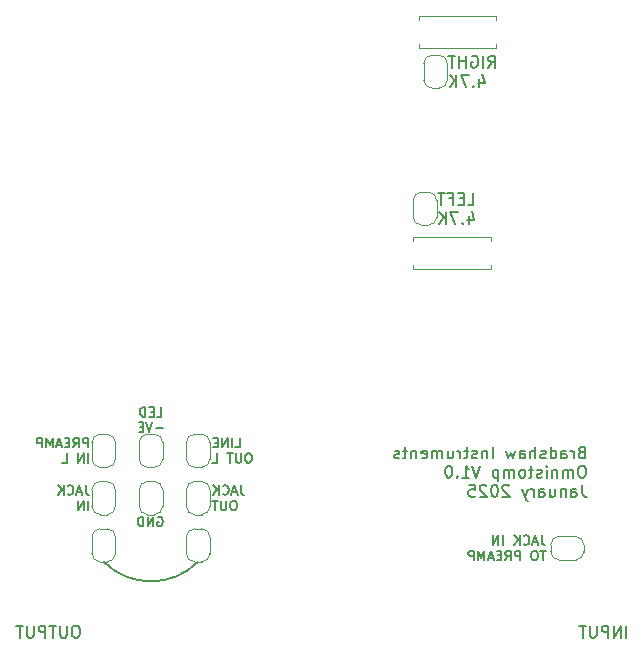
<source format=gbr>
%TF.GenerationSoftware,KiCad,Pcbnew,7.0.2*%
%TF.CreationDate,2025-02-17T11:53:52+00:00*%
%TF.ProjectId,stomp_00,73746f6d-705f-4303-902e-6b696361645f,rev?*%
%TF.SameCoordinates,Original*%
%TF.FileFunction,Legend,Bot*%
%TF.FilePolarity,Positive*%
%FSLAX46Y46*%
G04 Gerber Fmt 4.6, Leading zero omitted, Abs format (unit mm)*
G04 Created by KiCad (PCBNEW 7.0.2) date 2025-02-17 11:53:52*
%MOMM*%
%LPD*%
G01*
G04 APERTURE LIST*
G04 Aperture macros list*
%AMFreePoly0*
4,1,19,0.500000,-0.750000,0.000000,-0.750000,0.000000,-0.744911,-0.071157,-0.744911,-0.207708,-0.704816,-0.327430,-0.627875,-0.420627,-0.520320,-0.479746,-0.390866,-0.500000,-0.250000,-0.500000,0.250000,-0.479746,0.390866,-0.420627,0.520320,-0.327430,0.627875,-0.207708,0.704816,-0.071157,0.744911,0.000000,0.744911,0.000000,0.750000,0.500000,0.750000,0.500000,-0.750000,0.500000,-0.750000,
$1*%
%AMFreePoly1*
4,1,19,0.000000,0.744911,0.071157,0.744911,0.207708,0.704816,0.327430,0.627875,0.420627,0.520320,0.479746,0.390866,0.500000,0.250000,0.500000,-0.250000,0.479746,-0.390866,0.420627,-0.520320,0.327430,-0.627875,0.207708,-0.704816,0.071157,-0.744911,0.000000,-0.744911,0.000000,-0.750000,-0.500000,-0.750000,-0.500000,0.750000,0.000000,0.750000,0.000000,0.744911,0.000000,0.744911,
$1*%
G04 Aperture macros list end*
%ADD10C,0.150000*%
%ADD11C,0.120000*%
%ADD12C,3.000000*%
%ADD13C,1.700000*%
%ADD14O,1.700000X1.700000*%
%ADD15C,1.600000*%
%ADD16O,1.600000X1.600000*%
%ADD17R,1.700000X1.700000*%
%ADD18C,3.200000*%
%ADD19R,1.600000X1.600000*%
%ADD20R,2.200000X2.200000*%
%ADD21O,2.200000X2.200000*%
%ADD22R,1.800000X1.800000*%
%ADD23C,1.800000*%
%ADD24O,4.000000X2.800000*%
%ADD25FreePoly0,270.000000*%
%ADD26FreePoly1,270.000000*%
%ADD27FreePoly0,0.000000*%
%ADD28FreePoly1,0.000000*%
%ADD29FreePoly0,90.000000*%
%ADD30FreePoly1,90.000000*%
G04 APERTURE END LIST*
D10*
X8500001Y-79049999D02*
G75*
G03*
X16499999Y-79049999I3999999J4000000D01*
G01*
X6970952Y-72572095D02*
X6970952Y-73143523D01*
X6970952Y-73143523D02*
X7009047Y-73257809D01*
X7009047Y-73257809D02*
X7085238Y-73334000D01*
X7085238Y-73334000D02*
X7199523Y-73372095D01*
X7199523Y-73372095D02*
X7275714Y-73372095D01*
X6628095Y-73143523D02*
X6247142Y-73143523D01*
X6704285Y-73372095D02*
X6437618Y-72572095D01*
X6437618Y-72572095D02*
X6170952Y-73372095D01*
X5447142Y-73295904D02*
X5485238Y-73334000D01*
X5485238Y-73334000D02*
X5599523Y-73372095D01*
X5599523Y-73372095D02*
X5675714Y-73372095D01*
X5675714Y-73372095D02*
X5790000Y-73334000D01*
X5790000Y-73334000D02*
X5866190Y-73257809D01*
X5866190Y-73257809D02*
X5904285Y-73181619D01*
X5904285Y-73181619D02*
X5942381Y-73029238D01*
X5942381Y-73029238D02*
X5942381Y-72914952D01*
X5942381Y-72914952D02*
X5904285Y-72762571D01*
X5904285Y-72762571D02*
X5866190Y-72686380D01*
X5866190Y-72686380D02*
X5790000Y-72610190D01*
X5790000Y-72610190D02*
X5675714Y-72572095D01*
X5675714Y-72572095D02*
X5599523Y-72572095D01*
X5599523Y-72572095D02*
X5485238Y-72610190D01*
X5485238Y-72610190D02*
X5447142Y-72648285D01*
X5104285Y-73372095D02*
X5104285Y-72572095D01*
X4647142Y-73372095D02*
X4990000Y-72914952D01*
X4647142Y-72572095D02*
X5104285Y-73029238D01*
X7199523Y-74668095D02*
X7199523Y-73868095D01*
X6818571Y-74668095D02*
X6818571Y-73868095D01*
X6818571Y-73868095D02*
X6361428Y-74668095D01*
X6361428Y-74668095D02*
X6361428Y-73868095D01*
X20106190Y-72572095D02*
X20106190Y-73143523D01*
X20106190Y-73143523D02*
X20144285Y-73257809D01*
X20144285Y-73257809D02*
X20220476Y-73334000D01*
X20220476Y-73334000D02*
X20334761Y-73372095D01*
X20334761Y-73372095D02*
X20410952Y-73372095D01*
X19763333Y-73143523D02*
X19382380Y-73143523D01*
X19839523Y-73372095D02*
X19572856Y-72572095D01*
X19572856Y-72572095D02*
X19306190Y-73372095D01*
X18582380Y-73295904D02*
X18620476Y-73334000D01*
X18620476Y-73334000D02*
X18734761Y-73372095D01*
X18734761Y-73372095D02*
X18810952Y-73372095D01*
X18810952Y-73372095D02*
X18925238Y-73334000D01*
X18925238Y-73334000D02*
X19001428Y-73257809D01*
X19001428Y-73257809D02*
X19039523Y-73181619D01*
X19039523Y-73181619D02*
X19077619Y-73029238D01*
X19077619Y-73029238D02*
X19077619Y-72914952D01*
X19077619Y-72914952D02*
X19039523Y-72762571D01*
X19039523Y-72762571D02*
X19001428Y-72686380D01*
X19001428Y-72686380D02*
X18925238Y-72610190D01*
X18925238Y-72610190D02*
X18810952Y-72572095D01*
X18810952Y-72572095D02*
X18734761Y-72572095D01*
X18734761Y-72572095D02*
X18620476Y-72610190D01*
X18620476Y-72610190D02*
X18582380Y-72648285D01*
X18239523Y-73372095D02*
X18239523Y-72572095D01*
X17782380Y-73372095D02*
X18125238Y-72914952D01*
X17782380Y-72572095D02*
X18239523Y-73029238D01*
X19572856Y-73868095D02*
X19420475Y-73868095D01*
X19420475Y-73868095D02*
X19344285Y-73906190D01*
X19344285Y-73906190D02*
X19268094Y-73982380D01*
X19268094Y-73982380D02*
X19229999Y-74134761D01*
X19229999Y-74134761D02*
X19229999Y-74401428D01*
X19229999Y-74401428D02*
X19268094Y-74553809D01*
X19268094Y-74553809D02*
X19344285Y-74630000D01*
X19344285Y-74630000D02*
X19420475Y-74668095D01*
X19420475Y-74668095D02*
X19572856Y-74668095D01*
X19572856Y-74668095D02*
X19649047Y-74630000D01*
X19649047Y-74630000D02*
X19725237Y-74553809D01*
X19725237Y-74553809D02*
X19763333Y-74401428D01*
X19763333Y-74401428D02*
X19763333Y-74134761D01*
X19763333Y-74134761D02*
X19725237Y-73982380D01*
X19725237Y-73982380D02*
X19649047Y-73906190D01*
X19649047Y-73906190D02*
X19572856Y-73868095D01*
X18887142Y-73868095D02*
X18887142Y-74515714D01*
X18887142Y-74515714D02*
X18849047Y-74591904D01*
X18849047Y-74591904D02*
X18810952Y-74630000D01*
X18810952Y-74630000D02*
X18734761Y-74668095D01*
X18734761Y-74668095D02*
X18582380Y-74668095D01*
X18582380Y-74668095D02*
X18506190Y-74630000D01*
X18506190Y-74630000D02*
X18468095Y-74591904D01*
X18468095Y-74591904D02*
X18429999Y-74515714D01*
X18429999Y-74515714D02*
X18429999Y-73868095D01*
X18163333Y-73868095D02*
X17706190Y-73868095D01*
X17934762Y-74668095D02*
X17934762Y-73868095D01*
X13014285Y-66756095D02*
X13395237Y-66756095D01*
X13395237Y-66756095D02*
X13395237Y-65956095D01*
X12747618Y-66337047D02*
X12480952Y-66337047D01*
X12366666Y-66756095D02*
X12747618Y-66756095D01*
X12747618Y-66756095D02*
X12747618Y-65956095D01*
X12747618Y-65956095D02*
X12366666Y-65956095D01*
X12023808Y-66756095D02*
X12023808Y-65956095D01*
X12023808Y-65956095D02*
X11833332Y-65956095D01*
X11833332Y-65956095D02*
X11719046Y-65994190D01*
X11719046Y-65994190D02*
X11642856Y-66070380D01*
X11642856Y-66070380D02*
X11604761Y-66146571D01*
X11604761Y-66146571D02*
X11566665Y-66298952D01*
X11566665Y-66298952D02*
X11566665Y-66413238D01*
X11566665Y-66413238D02*
X11604761Y-66565619D01*
X11604761Y-66565619D02*
X11642856Y-66641809D01*
X11642856Y-66641809D02*
X11719046Y-66718000D01*
X11719046Y-66718000D02*
X11833332Y-66756095D01*
X11833332Y-66756095D02*
X12023808Y-66756095D01*
X13509523Y-67747333D02*
X12900000Y-67747333D01*
X12633333Y-67252095D02*
X12366666Y-68052095D01*
X12366666Y-68052095D02*
X12100000Y-67252095D01*
X11833333Y-67633047D02*
X11566667Y-67633047D01*
X11452381Y-68052095D02*
X11833333Y-68052095D01*
X11833333Y-68052095D02*
X11833333Y-67252095D01*
X11833333Y-67252095D02*
X11452381Y-67252095D01*
X7199523Y-69372095D02*
X7199523Y-68572095D01*
X7199523Y-68572095D02*
X6894761Y-68572095D01*
X6894761Y-68572095D02*
X6818571Y-68610190D01*
X6818571Y-68610190D02*
X6780476Y-68648285D01*
X6780476Y-68648285D02*
X6742380Y-68724476D01*
X6742380Y-68724476D02*
X6742380Y-68838761D01*
X6742380Y-68838761D02*
X6780476Y-68914952D01*
X6780476Y-68914952D02*
X6818571Y-68953047D01*
X6818571Y-68953047D02*
X6894761Y-68991142D01*
X6894761Y-68991142D02*
X7199523Y-68991142D01*
X5942380Y-69372095D02*
X6209047Y-68991142D01*
X6399523Y-69372095D02*
X6399523Y-68572095D01*
X6399523Y-68572095D02*
X6094761Y-68572095D01*
X6094761Y-68572095D02*
X6018571Y-68610190D01*
X6018571Y-68610190D02*
X5980476Y-68648285D01*
X5980476Y-68648285D02*
X5942380Y-68724476D01*
X5942380Y-68724476D02*
X5942380Y-68838761D01*
X5942380Y-68838761D02*
X5980476Y-68914952D01*
X5980476Y-68914952D02*
X6018571Y-68953047D01*
X6018571Y-68953047D02*
X6094761Y-68991142D01*
X6094761Y-68991142D02*
X6399523Y-68991142D01*
X5599523Y-68953047D02*
X5332857Y-68953047D01*
X5218571Y-69372095D02*
X5599523Y-69372095D01*
X5599523Y-69372095D02*
X5599523Y-68572095D01*
X5599523Y-68572095D02*
X5218571Y-68572095D01*
X4913809Y-69143523D02*
X4532856Y-69143523D01*
X4989999Y-69372095D02*
X4723332Y-68572095D01*
X4723332Y-68572095D02*
X4456666Y-69372095D01*
X4189999Y-69372095D02*
X4189999Y-68572095D01*
X4189999Y-68572095D02*
X3923333Y-69143523D01*
X3923333Y-69143523D02*
X3656666Y-68572095D01*
X3656666Y-68572095D02*
X3656666Y-69372095D01*
X3275713Y-69372095D02*
X3275713Y-68572095D01*
X3275713Y-68572095D02*
X2970951Y-68572095D01*
X2970951Y-68572095D02*
X2894761Y-68610190D01*
X2894761Y-68610190D02*
X2856666Y-68648285D01*
X2856666Y-68648285D02*
X2818570Y-68724476D01*
X2818570Y-68724476D02*
X2818570Y-68838761D01*
X2818570Y-68838761D02*
X2856666Y-68914952D01*
X2856666Y-68914952D02*
X2894761Y-68953047D01*
X2894761Y-68953047D02*
X2970951Y-68991142D01*
X2970951Y-68991142D02*
X3275713Y-68991142D01*
X7199523Y-70668095D02*
X7199523Y-69868095D01*
X6818571Y-70668095D02*
X6818571Y-69868095D01*
X6818571Y-69868095D02*
X6361428Y-70668095D01*
X6361428Y-70668095D02*
X6361428Y-69868095D01*
X4990000Y-70668095D02*
X5370952Y-70668095D01*
X5370952Y-70668095D02*
X5370952Y-69868095D01*
X41076190Y-37202619D02*
X41409523Y-36726428D01*
X41647618Y-37202619D02*
X41647618Y-36202619D01*
X41647618Y-36202619D02*
X41266666Y-36202619D01*
X41266666Y-36202619D02*
X41171428Y-36250238D01*
X41171428Y-36250238D02*
X41123809Y-36297857D01*
X41123809Y-36297857D02*
X41076190Y-36393095D01*
X41076190Y-36393095D02*
X41076190Y-36535952D01*
X41076190Y-36535952D02*
X41123809Y-36631190D01*
X41123809Y-36631190D02*
X41171428Y-36678809D01*
X41171428Y-36678809D02*
X41266666Y-36726428D01*
X41266666Y-36726428D02*
X41647618Y-36726428D01*
X40647618Y-37202619D02*
X40647618Y-36202619D01*
X39647619Y-36250238D02*
X39742857Y-36202619D01*
X39742857Y-36202619D02*
X39885714Y-36202619D01*
X39885714Y-36202619D02*
X40028571Y-36250238D01*
X40028571Y-36250238D02*
X40123809Y-36345476D01*
X40123809Y-36345476D02*
X40171428Y-36440714D01*
X40171428Y-36440714D02*
X40219047Y-36631190D01*
X40219047Y-36631190D02*
X40219047Y-36774047D01*
X40219047Y-36774047D02*
X40171428Y-36964523D01*
X40171428Y-36964523D02*
X40123809Y-37059761D01*
X40123809Y-37059761D02*
X40028571Y-37155000D01*
X40028571Y-37155000D02*
X39885714Y-37202619D01*
X39885714Y-37202619D02*
X39790476Y-37202619D01*
X39790476Y-37202619D02*
X39647619Y-37155000D01*
X39647619Y-37155000D02*
X39600000Y-37107380D01*
X39600000Y-37107380D02*
X39600000Y-36774047D01*
X39600000Y-36774047D02*
X39790476Y-36774047D01*
X39171428Y-37202619D02*
X39171428Y-36202619D01*
X39171428Y-36678809D02*
X38600000Y-36678809D01*
X38600000Y-37202619D02*
X38600000Y-36202619D01*
X38266666Y-36202619D02*
X37695238Y-36202619D01*
X37980952Y-37202619D02*
X37980952Y-36202619D01*
X40314285Y-38155952D02*
X40314285Y-38822619D01*
X40552380Y-37775000D02*
X40790475Y-38489285D01*
X40790475Y-38489285D02*
X40171428Y-38489285D01*
X39790475Y-38727380D02*
X39742856Y-38775000D01*
X39742856Y-38775000D02*
X39790475Y-38822619D01*
X39790475Y-38822619D02*
X39838094Y-38775000D01*
X39838094Y-38775000D02*
X39790475Y-38727380D01*
X39790475Y-38727380D02*
X39790475Y-38822619D01*
X39409523Y-37822619D02*
X38742857Y-37822619D01*
X38742857Y-37822619D02*
X39171428Y-38822619D01*
X38361904Y-38822619D02*
X38361904Y-37822619D01*
X37790476Y-38822619D02*
X38219047Y-38251190D01*
X37790476Y-37822619D02*
X38361904Y-38394047D01*
X19649047Y-69372095D02*
X20029999Y-69372095D01*
X20029999Y-69372095D02*
X20029999Y-68572095D01*
X19382380Y-69372095D02*
X19382380Y-68572095D01*
X19001428Y-69372095D02*
X19001428Y-68572095D01*
X19001428Y-68572095D02*
X18544285Y-69372095D01*
X18544285Y-69372095D02*
X18544285Y-68572095D01*
X18163333Y-68953047D02*
X17896667Y-68953047D01*
X17782381Y-69372095D02*
X18163333Y-69372095D01*
X18163333Y-69372095D02*
X18163333Y-68572095D01*
X18163333Y-68572095D02*
X17782381Y-68572095D01*
X20829999Y-69868095D02*
X20677618Y-69868095D01*
X20677618Y-69868095D02*
X20601428Y-69906190D01*
X20601428Y-69906190D02*
X20525237Y-69982380D01*
X20525237Y-69982380D02*
X20487142Y-70134761D01*
X20487142Y-70134761D02*
X20487142Y-70401428D01*
X20487142Y-70401428D02*
X20525237Y-70553809D01*
X20525237Y-70553809D02*
X20601428Y-70630000D01*
X20601428Y-70630000D02*
X20677618Y-70668095D01*
X20677618Y-70668095D02*
X20829999Y-70668095D01*
X20829999Y-70668095D02*
X20906190Y-70630000D01*
X20906190Y-70630000D02*
X20982380Y-70553809D01*
X20982380Y-70553809D02*
X21020476Y-70401428D01*
X21020476Y-70401428D02*
X21020476Y-70134761D01*
X21020476Y-70134761D02*
X20982380Y-69982380D01*
X20982380Y-69982380D02*
X20906190Y-69906190D01*
X20906190Y-69906190D02*
X20829999Y-69868095D01*
X20144285Y-69868095D02*
X20144285Y-70515714D01*
X20144285Y-70515714D02*
X20106190Y-70591904D01*
X20106190Y-70591904D02*
X20068095Y-70630000D01*
X20068095Y-70630000D02*
X19991904Y-70668095D01*
X19991904Y-70668095D02*
X19839523Y-70668095D01*
X19839523Y-70668095D02*
X19763333Y-70630000D01*
X19763333Y-70630000D02*
X19725238Y-70591904D01*
X19725238Y-70591904D02*
X19687142Y-70515714D01*
X19687142Y-70515714D02*
X19687142Y-69868095D01*
X19420476Y-69868095D02*
X18963333Y-69868095D01*
X19191905Y-70668095D02*
X19191905Y-69868095D01*
X17706190Y-70668095D02*
X18087142Y-70668095D01*
X18087142Y-70668095D02*
X18087142Y-69868095D01*
X6238095Y-84462619D02*
X6047619Y-84462619D01*
X6047619Y-84462619D02*
X5952381Y-84510238D01*
X5952381Y-84510238D02*
X5857143Y-84605476D01*
X5857143Y-84605476D02*
X5809524Y-84795952D01*
X5809524Y-84795952D02*
X5809524Y-85129285D01*
X5809524Y-85129285D02*
X5857143Y-85319761D01*
X5857143Y-85319761D02*
X5952381Y-85415000D01*
X5952381Y-85415000D02*
X6047619Y-85462619D01*
X6047619Y-85462619D02*
X6238095Y-85462619D01*
X6238095Y-85462619D02*
X6333333Y-85415000D01*
X6333333Y-85415000D02*
X6428571Y-85319761D01*
X6428571Y-85319761D02*
X6476190Y-85129285D01*
X6476190Y-85129285D02*
X6476190Y-84795952D01*
X6476190Y-84795952D02*
X6428571Y-84605476D01*
X6428571Y-84605476D02*
X6333333Y-84510238D01*
X6333333Y-84510238D02*
X6238095Y-84462619D01*
X5380952Y-84462619D02*
X5380952Y-85272142D01*
X5380952Y-85272142D02*
X5333333Y-85367380D01*
X5333333Y-85367380D02*
X5285714Y-85415000D01*
X5285714Y-85415000D02*
X5190476Y-85462619D01*
X5190476Y-85462619D02*
X5000000Y-85462619D01*
X5000000Y-85462619D02*
X4904762Y-85415000D01*
X4904762Y-85415000D02*
X4857143Y-85367380D01*
X4857143Y-85367380D02*
X4809524Y-85272142D01*
X4809524Y-85272142D02*
X4809524Y-84462619D01*
X4476190Y-84462619D02*
X3904762Y-84462619D01*
X4190476Y-85462619D02*
X4190476Y-84462619D01*
X3571428Y-85462619D02*
X3571428Y-84462619D01*
X3571428Y-84462619D02*
X3190476Y-84462619D01*
X3190476Y-84462619D02*
X3095238Y-84510238D01*
X3095238Y-84510238D02*
X3047619Y-84557857D01*
X3047619Y-84557857D02*
X3000000Y-84653095D01*
X3000000Y-84653095D02*
X3000000Y-84795952D01*
X3000000Y-84795952D02*
X3047619Y-84891190D01*
X3047619Y-84891190D02*
X3095238Y-84938809D01*
X3095238Y-84938809D02*
X3190476Y-84986428D01*
X3190476Y-84986428D02*
X3571428Y-84986428D01*
X2571428Y-84462619D02*
X2571428Y-85272142D01*
X2571428Y-85272142D02*
X2523809Y-85367380D01*
X2523809Y-85367380D02*
X2476190Y-85415000D01*
X2476190Y-85415000D02*
X2380952Y-85462619D01*
X2380952Y-85462619D02*
X2190476Y-85462619D01*
X2190476Y-85462619D02*
X2095238Y-85415000D01*
X2095238Y-85415000D02*
X2047619Y-85367380D01*
X2047619Y-85367380D02*
X2000000Y-85272142D01*
X2000000Y-85272142D02*
X2000000Y-84462619D01*
X1666666Y-84462619D02*
X1095238Y-84462619D01*
X1380952Y-85462619D02*
X1380952Y-84462619D01*
X45580952Y-76822095D02*
X45580952Y-77393523D01*
X45580952Y-77393523D02*
X45619047Y-77507809D01*
X45619047Y-77507809D02*
X45695238Y-77584000D01*
X45695238Y-77584000D02*
X45809523Y-77622095D01*
X45809523Y-77622095D02*
X45885714Y-77622095D01*
X45238095Y-77393523D02*
X44857142Y-77393523D01*
X45314285Y-77622095D02*
X45047618Y-76822095D01*
X45047618Y-76822095D02*
X44780952Y-77622095D01*
X44057142Y-77545904D02*
X44095238Y-77584000D01*
X44095238Y-77584000D02*
X44209523Y-77622095D01*
X44209523Y-77622095D02*
X44285714Y-77622095D01*
X44285714Y-77622095D02*
X44400000Y-77584000D01*
X44400000Y-77584000D02*
X44476190Y-77507809D01*
X44476190Y-77507809D02*
X44514285Y-77431619D01*
X44514285Y-77431619D02*
X44552381Y-77279238D01*
X44552381Y-77279238D02*
X44552381Y-77164952D01*
X44552381Y-77164952D02*
X44514285Y-77012571D01*
X44514285Y-77012571D02*
X44476190Y-76936380D01*
X44476190Y-76936380D02*
X44400000Y-76860190D01*
X44400000Y-76860190D02*
X44285714Y-76822095D01*
X44285714Y-76822095D02*
X44209523Y-76822095D01*
X44209523Y-76822095D02*
X44095238Y-76860190D01*
X44095238Y-76860190D02*
X44057142Y-76898285D01*
X43714285Y-77622095D02*
X43714285Y-76822095D01*
X43257142Y-77622095D02*
X43600000Y-77164952D01*
X43257142Y-76822095D02*
X43714285Y-77279238D01*
X42304761Y-77622095D02*
X42304761Y-76822095D01*
X41923809Y-77622095D02*
X41923809Y-76822095D01*
X41923809Y-76822095D02*
X41466666Y-77622095D01*
X41466666Y-77622095D02*
X41466666Y-76822095D01*
X45923809Y-78118095D02*
X45466666Y-78118095D01*
X45695238Y-78918095D02*
X45695238Y-78118095D01*
X45047618Y-78118095D02*
X44895237Y-78118095D01*
X44895237Y-78118095D02*
X44819047Y-78156190D01*
X44819047Y-78156190D02*
X44742856Y-78232380D01*
X44742856Y-78232380D02*
X44704761Y-78384761D01*
X44704761Y-78384761D02*
X44704761Y-78651428D01*
X44704761Y-78651428D02*
X44742856Y-78803809D01*
X44742856Y-78803809D02*
X44819047Y-78880000D01*
X44819047Y-78880000D02*
X44895237Y-78918095D01*
X44895237Y-78918095D02*
X45047618Y-78918095D01*
X45047618Y-78918095D02*
X45123809Y-78880000D01*
X45123809Y-78880000D02*
X45199999Y-78803809D01*
X45199999Y-78803809D02*
X45238095Y-78651428D01*
X45238095Y-78651428D02*
X45238095Y-78384761D01*
X45238095Y-78384761D02*
X45199999Y-78232380D01*
X45199999Y-78232380D02*
X45123809Y-78156190D01*
X45123809Y-78156190D02*
X45047618Y-78118095D01*
X43752380Y-78918095D02*
X43752380Y-78118095D01*
X43752380Y-78118095D02*
X43447618Y-78118095D01*
X43447618Y-78118095D02*
X43371428Y-78156190D01*
X43371428Y-78156190D02*
X43333333Y-78194285D01*
X43333333Y-78194285D02*
X43295237Y-78270476D01*
X43295237Y-78270476D02*
X43295237Y-78384761D01*
X43295237Y-78384761D02*
X43333333Y-78460952D01*
X43333333Y-78460952D02*
X43371428Y-78499047D01*
X43371428Y-78499047D02*
X43447618Y-78537142D01*
X43447618Y-78537142D02*
X43752380Y-78537142D01*
X42495237Y-78918095D02*
X42761904Y-78537142D01*
X42952380Y-78918095D02*
X42952380Y-78118095D01*
X42952380Y-78118095D02*
X42647618Y-78118095D01*
X42647618Y-78118095D02*
X42571428Y-78156190D01*
X42571428Y-78156190D02*
X42533333Y-78194285D01*
X42533333Y-78194285D02*
X42495237Y-78270476D01*
X42495237Y-78270476D02*
X42495237Y-78384761D01*
X42495237Y-78384761D02*
X42533333Y-78460952D01*
X42533333Y-78460952D02*
X42571428Y-78499047D01*
X42571428Y-78499047D02*
X42647618Y-78537142D01*
X42647618Y-78537142D02*
X42952380Y-78537142D01*
X42152380Y-78499047D02*
X41885714Y-78499047D01*
X41771428Y-78918095D02*
X42152380Y-78918095D01*
X42152380Y-78918095D02*
X42152380Y-78118095D01*
X42152380Y-78118095D02*
X41771428Y-78118095D01*
X41466666Y-78689523D02*
X41085713Y-78689523D01*
X41542856Y-78918095D02*
X41276189Y-78118095D01*
X41276189Y-78118095D02*
X41009523Y-78918095D01*
X40742856Y-78918095D02*
X40742856Y-78118095D01*
X40742856Y-78118095D02*
X40476190Y-78689523D01*
X40476190Y-78689523D02*
X40209523Y-78118095D01*
X40209523Y-78118095D02*
X40209523Y-78918095D01*
X39828570Y-78918095D02*
X39828570Y-78118095D01*
X39828570Y-78118095D02*
X39523808Y-78118095D01*
X39523808Y-78118095D02*
X39447618Y-78156190D01*
X39447618Y-78156190D02*
X39409523Y-78194285D01*
X39409523Y-78194285D02*
X39371427Y-78270476D01*
X39371427Y-78270476D02*
X39371427Y-78384761D01*
X39371427Y-78384761D02*
X39409523Y-78460952D01*
X39409523Y-78460952D02*
X39447618Y-78499047D01*
X39447618Y-78499047D02*
X39523808Y-78537142D01*
X39523808Y-78537142D02*
X39828570Y-78537142D01*
X48958571Y-69773809D02*
X48815714Y-69821428D01*
X48815714Y-69821428D02*
X48768095Y-69869047D01*
X48768095Y-69869047D02*
X48720476Y-69964285D01*
X48720476Y-69964285D02*
X48720476Y-70107142D01*
X48720476Y-70107142D02*
X48768095Y-70202380D01*
X48768095Y-70202380D02*
X48815714Y-70250000D01*
X48815714Y-70250000D02*
X48910952Y-70297619D01*
X48910952Y-70297619D02*
X49291904Y-70297619D01*
X49291904Y-70297619D02*
X49291904Y-69297619D01*
X49291904Y-69297619D02*
X48958571Y-69297619D01*
X48958571Y-69297619D02*
X48863333Y-69345238D01*
X48863333Y-69345238D02*
X48815714Y-69392857D01*
X48815714Y-69392857D02*
X48768095Y-69488095D01*
X48768095Y-69488095D02*
X48768095Y-69583333D01*
X48768095Y-69583333D02*
X48815714Y-69678571D01*
X48815714Y-69678571D02*
X48863333Y-69726190D01*
X48863333Y-69726190D02*
X48958571Y-69773809D01*
X48958571Y-69773809D02*
X49291904Y-69773809D01*
X48291904Y-70297619D02*
X48291904Y-69630952D01*
X48291904Y-69821428D02*
X48244285Y-69726190D01*
X48244285Y-69726190D02*
X48196666Y-69678571D01*
X48196666Y-69678571D02*
X48101428Y-69630952D01*
X48101428Y-69630952D02*
X48006190Y-69630952D01*
X47244285Y-70297619D02*
X47244285Y-69773809D01*
X47244285Y-69773809D02*
X47291904Y-69678571D01*
X47291904Y-69678571D02*
X47387142Y-69630952D01*
X47387142Y-69630952D02*
X47577618Y-69630952D01*
X47577618Y-69630952D02*
X47672856Y-69678571D01*
X47244285Y-70250000D02*
X47339523Y-70297619D01*
X47339523Y-70297619D02*
X47577618Y-70297619D01*
X47577618Y-70297619D02*
X47672856Y-70250000D01*
X47672856Y-70250000D02*
X47720475Y-70154761D01*
X47720475Y-70154761D02*
X47720475Y-70059523D01*
X47720475Y-70059523D02*
X47672856Y-69964285D01*
X47672856Y-69964285D02*
X47577618Y-69916666D01*
X47577618Y-69916666D02*
X47339523Y-69916666D01*
X47339523Y-69916666D02*
X47244285Y-69869047D01*
X46339523Y-70297619D02*
X46339523Y-69297619D01*
X46339523Y-70250000D02*
X46434761Y-70297619D01*
X46434761Y-70297619D02*
X46625237Y-70297619D01*
X46625237Y-70297619D02*
X46720475Y-70250000D01*
X46720475Y-70250000D02*
X46768094Y-70202380D01*
X46768094Y-70202380D02*
X46815713Y-70107142D01*
X46815713Y-70107142D02*
X46815713Y-69821428D01*
X46815713Y-69821428D02*
X46768094Y-69726190D01*
X46768094Y-69726190D02*
X46720475Y-69678571D01*
X46720475Y-69678571D02*
X46625237Y-69630952D01*
X46625237Y-69630952D02*
X46434761Y-69630952D01*
X46434761Y-69630952D02*
X46339523Y-69678571D01*
X45910951Y-70250000D02*
X45815713Y-70297619D01*
X45815713Y-70297619D02*
X45625237Y-70297619D01*
X45625237Y-70297619D02*
X45529999Y-70250000D01*
X45529999Y-70250000D02*
X45482380Y-70154761D01*
X45482380Y-70154761D02*
X45482380Y-70107142D01*
X45482380Y-70107142D02*
X45529999Y-70011904D01*
X45529999Y-70011904D02*
X45625237Y-69964285D01*
X45625237Y-69964285D02*
X45768094Y-69964285D01*
X45768094Y-69964285D02*
X45863332Y-69916666D01*
X45863332Y-69916666D02*
X45910951Y-69821428D01*
X45910951Y-69821428D02*
X45910951Y-69773809D01*
X45910951Y-69773809D02*
X45863332Y-69678571D01*
X45863332Y-69678571D02*
X45768094Y-69630952D01*
X45768094Y-69630952D02*
X45625237Y-69630952D01*
X45625237Y-69630952D02*
X45529999Y-69678571D01*
X45053808Y-70297619D02*
X45053808Y-69297619D01*
X44625237Y-70297619D02*
X44625237Y-69773809D01*
X44625237Y-69773809D02*
X44672856Y-69678571D01*
X44672856Y-69678571D02*
X44768094Y-69630952D01*
X44768094Y-69630952D02*
X44910951Y-69630952D01*
X44910951Y-69630952D02*
X45006189Y-69678571D01*
X45006189Y-69678571D02*
X45053808Y-69726190D01*
X43720475Y-70297619D02*
X43720475Y-69773809D01*
X43720475Y-69773809D02*
X43768094Y-69678571D01*
X43768094Y-69678571D02*
X43863332Y-69630952D01*
X43863332Y-69630952D02*
X44053808Y-69630952D01*
X44053808Y-69630952D02*
X44149046Y-69678571D01*
X43720475Y-70250000D02*
X43815713Y-70297619D01*
X43815713Y-70297619D02*
X44053808Y-70297619D01*
X44053808Y-70297619D02*
X44149046Y-70250000D01*
X44149046Y-70250000D02*
X44196665Y-70154761D01*
X44196665Y-70154761D02*
X44196665Y-70059523D01*
X44196665Y-70059523D02*
X44149046Y-69964285D01*
X44149046Y-69964285D02*
X44053808Y-69916666D01*
X44053808Y-69916666D02*
X43815713Y-69916666D01*
X43815713Y-69916666D02*
X43720475Y-69869047D01*
X43339522Y-69630952D02*
X43149046Y-70297619D01*
X43149046Y-70297619D02*
X42958570Y-69821428D01*
X42958570Y-69821428D02*
X42768094Y-70297619D01*
X42768094Y-70297619D02*
X42577618Y-69630952D01*
X41434760Y-70297619D02*
X41434760Y-69297619D01*
X40958570Y-69630952D02*
X40958570Y-70297619D01*
X40958570Y-69726190D02*
X40910951Y-69678571D01*
X40910951Y-69678571D02*
X40815713Y-69630952D01*
X40815713Y-69630952D02*
X40672856Y-69630952D01*
X40672856Y-69630952D02*
X40577618Y-69678571D01*
X40577618Y-69678571D02*
X40529999Y-69773809D01*
X40529999Y-69773809D02*
X40529999Y-70297619D01*
X40101427Y-70250000D02*
X40006189Y-70297619D01*
X40006189Y-70297619D02*
X39815713Y-70297619D01*
X39815713Y-70297619D02*
X39720475Y-70250000D01*
X39720475Y-70250000D02*
X39672856Y-70154761D01*
X39672856Y-70154761D02*
X39672856Y-70107142D01*
X39672856Y-70107142D02*
X39720475Y-70011904D01*
X39720475Y-70011904D02*
X39815713Y-69964285D01*
X39815713Y-69964285D02*
X39958570Y-69964285D01*
X39958570Y-69964285D02*
X40053808Y-69916666D01*
X40053808Y-69916666D02*
X40101427Y-69821428D01*
X40101427Y-69821428D02*
X40101427Y-69773809D01*
X40101427Y-69773809D02*
X40053808Y-69678571D01*
X40053808Y-69678571D02*
X39958570Y-69630952D01*
X39958570Y-69630952D02*
X39815713Y-69630952D01*
X39815713Y-69630952D02*
X39720475Y-69678571D01*
X39387141Y-69630952D02*
X39006189Y-69630952D01*
X39244284Y-69297619D02*
X39244284Y-70154761D01*
X39244284Y-70154761D02*
X39196665Y-70250000D01*
X39196665Y-70250000D02*
X39101427Y-70297619D01*
X39101427Y-70297619D02*
X39006189Y-70297619D01*
X38672855Y-70297619D02*
X38672855Y-69630952D01*
X38672855Y-69821428D02*
X38625236Y-69726190D01*
X38625236Y-69726190D02*
X38577617Y-69678571D01*
X38577617Y-69678571D02*
X38482379Y-69630952D01*
X38482379Y-69630952D02*
X38387141Y-69630952D01*
X37625236Y-69630952D02*
X37625236Y-70297619D01*
X38053807Y-69630952D02*
X38053807Y-70154761D01*
X38053807Y-70154761D02*
X38006188Y-70250000D01*
X38006188Y-70250000D02*
X37910950Y-70297619D01*
X37910950Y-70297619D02*
X37768093Y-70297619D01*
X37768093Y-70297619D02*
X37672855Y-70250000D01*
X37672855Y-70250000D02*
X37625236Y-70202380D01*
X37149045Y-70297619D02*
X37149045Y-69630952D01*
X37149045Y-69726190D02*
X37101426Y-69678571D01*
X37101426Y-69678571D02*
X37006188Y-69630952D01*
X37006188Y-69630952D02*
X36863331Y-69630952D01*
X36863331Y-69630952D02*
X36768093Y-69678571D01*
X36768093Y-69678571D02*
X36720474Y-69773809D01*
X36720474Y-69773809D02*
X36720474Y-70297619D01*
X36720474Y-69773809D02*
X36672855Y-69678571D01*
X36672855Y-69678571D02*
X36577617Y-69630952D01*
X36577617Y-69630952D02*
X36434760Y-69630952D01*
X36434760Y-69630952D02*
X36339521Y-69678571D01*
X36339521Y-69678571D02*
X36291902Y-69773809D01*
X36291902Y-69773809D02*
X36291902Y-70297619D01*
X35434760Y-70250000D02*
X35529998Y-70297619D01*
X35529998Y-70297619D02*
X35720474Y-70297619D01*
X35720474Y-70297619D02*
X35815712Y-70250000D01*
X35815712Y-70250000D02*
X35863331Y-70154761D01*
X35863331Y-70154761D02*
X35863331Y-69773809D01*
X35863331Y-69773809D02*
X35815712Y-69678571D01*
X35815712Y-69678571D02*
X35720474Y-69630952D01*
X35720474Y-69630952D02*
X35529998Y-69630952D01*
X35529998Y-69630952D02*
X35434760Y-69678571D01*
X35434760Y-69678571D02*
X35387141Y-69773809D01*
X35387141Y-69773809D02*
X35387141Y-69869047D01*
X35387141Y-69869047D02*
X35863331Y-69964285D01*
X34958569Y-69630952D02*
X34958569Y-70297619D01*
X34958569Y-69726190D02*
X34910950Y-69678571D01*
X34910950Y-69678571D02*
X34815712Y-69630952D01*
X34815712Y-69630952D02*
X34672855Y-69630952D01*
X34672855Y-69630952D02*
X34577617Y-69678571D01*
X34577617Y-69678571D02*
X34529998Y-69773809D01*
X34529998Y-69773809D02*
X34529998Y-70297619D01*
X34196664Y-69630952D02*
X33815712Y-69630952D01*
X34053807Y-69297619D02*
X34053807Y-70154761D01*
X34053807Y-70154761D02*
X34006188Y-70250000D01*
X34006188Y-70250000D02*
X33910950Y-70297619D01*
X33910950Y-70297619D02*
X33815712Y-70297619D01*
X33529997Y-70250000D02*
X33434759Y-70297619D01*
X33434759Y-70297619D02*
X33244283Y-70297619D01*
X33244283Y-70297619D02*
X33149045Y-70250000D01*
X33149045Y-70250000D02*
X33101426Y-70154761D01*
X33101426Y-70154761D02*
X33101426Y-70107142D01*
X33101426Y-70107142D02*
X33149045Y-70011904D01*
X33149045Y-70011904D02*
X33244283Y-69964285D01*
X33244283Y-69964285D02*
X33387140Y-69964285D01*
X33387140Y-69964285D02*
X33482378Y-69916666D01*
X33482378Y-69916666D02*
X33529997Y-69821428D01*
X33529997Y-69821428D02*
X33529997Y-69773809D01*
X33529997Y-69773809D02*
X33482378Y-69678571D01*
X33482378Y-69678571D02*
X33387140Y-69630952D01*
X33387140Y-69630952D02*
X33244283Y-69630952D01*
X33244283Y-69630952D02*
X33149045Y-69678571D01*
X49101428Y-70917619D02*
X48910952Y-70917619D01*
X48910952Y-70917619D02*
X48815714Y-70965238D01*
X48815714Y-70965238D02*
X48720476Y-71060476D01*
X48720476Y-71060476D02*
X48672857Y-71250952D01*
X48672857Y-71250952D02*
X48672857Y-71584285D01*
X48672857Y-71584285D02*
X48720476Y-71774761D01*
X48720476Y-71774761D02*
X48815714Y-71870000D01*
X48815714Y-71870000D02*
X48910952Y-71917619D01*
X48910952Y-71917619D02*
X49101428Y-71917619D01*
X49101428Y-71917619D02*
X49196666Y-71870000D01*
X49196666Y-71870000D02*
X49291904Y-71774761D01*
X49291904Y-71774761D02*
X49339523Y-71584285D01*
X49339523Y-71584285D02*
X49339523Y-71250952D01*
X49339523Y-71250952D02*
X49291904Y-71060476D01*
X49291904Y-71060476D02*
X49196666Y-70965238D01*
X49196666Y-70965238D02*
X49101428Y-70917619D01*
X48244285Y-71917619D02*
X48244285Y-71250952D01*
X48244285Y-71346190D02*
X48196666Y-71298571D01*
X48196666Y-71298571D02*
X48101428Y-71250952D01*
X48101428Y-71250952D02*
X47958571Y-71250952D01*
X47958571Y-71250952D02*
X47863333Y-71298571D01*
X47863333Y-71298571D02*
X47815714Y-71393809D01*
X47815714Y-71393809D02*
X47815714Y-71917619D01*
X47815714Y-71393809D02*
X47768095Y-71298571D01*
X47768095Y-71298571D02*
X47672857Y-71250952D01*
X47672857Y-71250952D02*
X47530000Y-71250952D01*
X47530000Y-71250952D02*
X47434761Y-71298571D01*
X47434761Y-71298571D02*
X47387142Y-71393809D01*
X47387142Y-71393809D02*
X47387142Y-71917619D01*
X46910952Y-71250952D02*
X46910952Y-71917619D01*
X46910952Y-71346190D02*
X46863333Y-71298571D01*
X46863333Y-71298571D02*
X46768095Y-71250952D01*
X46768095Y-71250952D02*
X46625238Y-71250952D01*
X46625238Y-71250952D02*
X46530000Y-71298571D01*
X46530000Y-71298571D02*
X46482381Y-71393809D01*
X46482381Y-71393809D02*
X46482381Y-71917619D01*
X46006190Y-71917619D02*
X46006190Y-71250952D01*
X46006190Y-70917619D02*
X46053809Y-70965238D01*
X46053809Y-70965238D02*
X46006190Y-71012857D01*
X46006190Y-71012857D02*
X45958571Y-70965238D01*
X45958571Y-70965238D02*
X46006190Y-70917619D01*
X46006190Y-70917619D02*
X46006190Y-71012857D01*
X45577619Y-71870000D02*
X45482381Y-71917619D01*
X45482381Y-71917619D02*
X45291905Y-71917619D01*
X45291905Y-71917619D02*
X45196667Y-71870000D01*
X45196667Y-71870000D02*
X45149048Y-71774761D01*
X45149048Y-71774761D02*
X45149048Y-71727142D01*
X45149048Y-71727142D02*
X45196667Y-71631904D01*
X45196667Y-71631904D02*
X45291905Y-71584285D01*
X45291905Y-71584285D02*
X45434762Y-71584285D01*
X45434762Y-71584285D02*
X45530000Y-71536666D01*
X45530000Y-71536666D02*
X45577619Y-71441428D01*
X45577619Y-71441428D02*
X45577619Y-71393809D01*
X45577619Y-71393809D02*
X45530000Y-71298571D01*
X45530000Y-71298571D02*
X45434762Y-71250952D01*
X45434762Y-71250952D02*
X45291905Y-71250952D01*
X45291905Y-71250952D02*
X45196667Y-71298571D01*
X44863333Y-71250952D02*
X44482381Y-71250952D01*
X44720476Y-70917619D02*
X44720476Y-71774761D01*
X44720476Y-71774761D02*
X44672857Y-71870000D01*
X44672857Y-71870000D02*
X44577619Y-71917619D01*
X44577619Y-71917619D02*
X44482381Y-71917619D01*
X44006190Y-71917619D02*
X44101428Y-71870000D01*
X44101428Y-71870000D02*
X44149047Y-71822380D01*
X44149047Y-71822380D02*
X44196666Y-71727142D01*
X44196666Y-71727142D02*
X44196666Y-71441428D01*
X44196666Y-71441428D02*
X44149047Y-71346190D01*
X44149047Y-71346190D02*
X44101428Y-71298571D01*
X44101428Y-71298571D02*
X44006190Y-71250952D01*
X44006190Y-71250952D02*
X43863333Y-71250952D01*
X43863333Y-71250952D02*
X43768095Y-71298571D01*
X43768095Y-71298571D02*
X43720476Y-71346190D01*
X43720476Y-71346190D02*
X43672857Y-71441428D01*
X43672857Y-71441428D02*
X43672857Y-71727142D01*
X43672857Y-71727142D02*
X43720476Y-71822380D01*
X43720476Y-71822380D02*
X43768095Y-71870000D01*
X43768095Y-71870000D02*
X43863333Y-71917619D01*
X43863333Y-71917619D02*
X44006190Y-71917619D01*
X43244285Y-71917619D02*
X43244285Y-71250952D01*
X43244285Y-71346190D02*
X43196666Y-71298571D01*
X43196666Y-71298571D02*
X43101428Y-71250952D01*
X43101428Y-71250952D02*
X42958571Y-71250952D01*
X42958571Y-71250952D02*
X42863333Y-71298571D01*
X42863333Y-71298571D02*
X42815714Y-71393809D01*
X42815714Y-71393809D02*
X42815714Y-71917619D01*
X42815714Y-71393809D02*
X42768095Y-71298571D01*
X42768095Y-71298571D02*
X42672857Y-71250952D01*
X42672857Y-71250952D02*
X42530000Y-71250952D01*
X42530000Y-71250952D02*
X42434761Y-71298571D01*
X42434761Y-71298571D02*
X42387142Y-71393809D01*
X42387142Y-71393809D02*
X42387142Y-71917619D01*
X41910952Y-71250952D02*
X41910952Y-72250952D01*
X41910952Y-71298571D02*
X41815714Y-71250952D01*
X41815714Y-71250952D02*
X41625238Y-71250952D01*
X41625238Y-71250952D02*
X41530000Y-71298571D01*
X41530000Y-71298571D02*
X41482381Y-71346190D01*
X41482381Y-71346190D02*
X41434762Y-71441428D01*
X41434762Y-71441428D02*
X41434762Y-71727142D01*
X41434762Y-71727142D02*
X41482381Y-71822380D01*
X41482381Y-71822380D02*
X41530000Y-71870000D01*
X41530000Y-71870000D02*
X41625238Y-71917619D01*
X41625238Y-71917619D02*
X41815714Y-71917619D01*
X41815714Y-71917619D02*
X41910952Y-71870000D01*
X40387142Y-70917619D02*
X40053809Y-71917619D01*
X40053809Y-71917619D02*
X39720476Y-70917619D01*
X38863333Y-71917619D02*
X39434761Y-71917619D01*
X39149047Y-71917619D02*
X39149047Y-70917619D01*
X39149047Y-70917619D02*
X39244285Y-71060476D01*
X39244285Y-71060476D02*
X39339523Y-71155714D01*
X39339523Y-71155714D02*
X39434761Y-71203333D01*
X38434761Y-71822380D02*
X38387142Y-71870000D01*
X38387142Y-71870000D02*
X38434761Y-71917619D01*
X38434761Y-71917619D02*
X38482380Y-71870000D01*
X38482380Y-71870000D02*
X38434761Y-71822380D01*
X38434761Y-71822380D02*
X38434761Y-71917619D01*
X37768095Y-70917619D02*
X37672857Y-70917619D01*
X37672857Y-70917619D02*
X37577619Y-70965238D01*
X37577619Y-70965238D02*
X37530000Y-71012857D01*
X37530000Y-71012857D02*
X37482381Y-71108095D01*
X37482381Y-71108095D02*
X37434762Y-71298571D01*
X37434762Y-71298571D02*
X37434762Y-71536666D01*
X37434762Y-71536666D02*
X37482381Y-71727142D01*
X37482381Y-71727142D02*
X37530000Y-71822380D01*
X37530000Y-71822380D02*
X37577619Y-71870000D01*
X37577619Y-71870000D02*
X37672857Y-71917619D01*
X37672857Y-71917619D02*
X37768095Y-71917619D01*
X37768095Y-71917619D02*
X37863333Y-71870000D01*
X37863333Y-71870000D02*
X37910952Y-71822380D01*
X37910952Y-71822380D02*
X37958571Y-71727142D01*
X37958571Y-71727142D02*
X38006190Y-71536666D01*
X38006190Y-71536666D02*
X38006190Y-71298571D01*
X38006190Y-71298571D02*
X37958571Y-71108095D01*
X37958571Y-71108095D02*
X37910952Y-71012857D01*
X37910952Y-71012857D02*
X37863333Y-70965238D01*
X37863333Y-70965238D02*
X37768095Y-70917619D01*
X49006190Y-72537619D02*
X49006190Y-73251904D01*
X49006190Y-73251904D02*
X49053809Y-73394761D01*
X49053809Y-73394761D02*
X49149047Y-73490000D01*
X49149047Y-73490000D02*
X49291904Y-73537619D01*
X49291904Y-73537619D02*
X49387142Y-73537619D01*
X48101428Y-73537619D02*
X48101428Y-73013809D01*
X48101428Y-73013809D02*
X48149047Y-72918571D01*
X48149047Y-72918571D02*
X48244285Y-72870952D01*
X48244285Y-72870952D02*
X48434761Y-72870952D01*
X48434761Y-72870952D02*
X48529999Y-72918571D01*
X48101428Y-73490000D02*
X48196666Y-73537619D01*
X48196666Y-73537619D02*
X48434761Y-73537619D01*
X48434761Y-73537619D02*
X48529999Y-73490000D01*
X48529999Y-73490000D02*
X48577618Y-73394761D01*
X48577618Y-73394761D02*
X48577618Y-73299523D01*
X48577618Y-73299523D02*
X48529999Y-73204285D01*
X48529999Y-73204285D02*
X48434761Y-73156666D01*
X48434761Y-73156666D02*
X48196666Y-73156666D01*
X48196666Y-73156666D02*
X48101428Y-73109047D01*
X47625237Y-72870952D02*
X47625237Y-73537619D01*
X47625237Y-72966190D02*
X47577618Y-72918571D01*
X47577618Y-72918571D02*
X47482380Y-72870952D01*
X47482380Y-72870952D02*
X47339523Y-72870952D01*
X47339523Y-72870952D02*
X47244285Y-72918571D01*
X47244285Y-72918571D02*
X47196666Y-73013809D01*
X47196666Y-73013809D02*
X47196666Y-73537619D01*
X46291904Y-72870952D02*
X46291904Y-73537619D01*
X46720475Y-72870952D02*
X46720475Y-73394761D01*
X46720475Y-73394761D02*
X46672856Y-73490000D01*
X46672856Y-73490000D02*
X46577618Y-73537619D01*
X46577618Y-73537619D02*
X46434761Y-73537619D01*
X46434761Y-73537619D02*
X46339523Y-73490000D01*
X46339523Y-73490000D02*
X46291904Y-73442380D01*
X45387142Y-73537619D02*
X45387142Y-73013809D01*
X45387142Y-73013809D02*
X45434761Y-72918571D01*
X45434761Y-72918571D02*
X45529999Y-72870952D01*
X45529999Y-72870952D02*
X45720475Y-72870952D01*
X45720475Y-72870952D02*
X45815713Y-72918571D01*
X45387142Y-73490000D02*
X45482380Y-73537619D01*
X45482380Y-73537619D02*
X45720475Y-73537619D01*
X45720475Y-73537619D02*
X45815713Y-73490000D01*
X45815713Y-73490000D02*
X45863332Y-73394761D01*
X45863332Y-73394761D02*
X45863332Y-73299523D01*
X45863332Y-73299523D02*
X45815713Y-73204285D01*
X45815713Y-73204285D02*
X45720475Y-73156666D01*
X45720475Y-73156666D02*
X45482380Y-73156666D01*
X45482380Y-73156666D02*
X45387142Y-73109047D01*
X44910951Y-73537619D02*
X44910951Y-72870952D01*
X44910951Y-73061428D02*
X44863332Y-72966190D01*
X44863332Y-72966190D02*
X44815713Y-72918571D01*
X44815713Y-72918571D02*
X44720475Y-72870952D01*
X44720475Y-72870952D02*
X44625237Y-72870952D01*
X44387141Y-72870952D02*
X44149046Y-73537619D01*
X43910951Y-72870952D02*
X44149046Y-73537619D01*
X44149046Y-73537619D02*
X44244284Y-73775714D01*
X44244284Y-73775714D02*
X44291903Y-73823333D01*
X44291903Y-73823333D02*
X44387141Y-73870952D01*
X42815712Y-72632857D02*
X42768093Y-72585238D01*
X42768093Y-72585238D02*
X42672855Y-72537619D01*
X42672855Y-72537619D02*
X42434760Y-72537619D01*
X42434760Y-72537619D02*
X42339522Y-72585238D01*
X42339522Y-72585238D02*
X42291903Y-72632857D01*
X42291903Y-72632857D02*
X42244284Y-72728095D01*
X42244284Y-72728095D02*
X42244284Y-72823333D01*
X42244284Y-72823333D02*
X42291903Y-72966190D01*
X42291903Y-72966190D02*
X42863331Y-73537619D01*
X42863331Y-73537619D02*
X42244284Y-73537619D01*
X41625236Y-72537619D02*
X41529998Y-72537619D01*
X41529998Y-72537619D02*
X41434760Y-72585238D01*
X41434760Y-72585238D02*
X41387141Y-72632857D01*
X41387141Y-72632857D02*
X41339522Y-72728095D01*
X41339522Y-72728095D02*
X41291903Y-72918571D01*
X41291903Y-72918571D02*
X41291903Y-73156666D01*
X41291903Y-73156666D02*
X41339522Y-73347142D01*
X41339522Y-73347142D02*
X41387141Y-73442380D01*
X41387141Y-73442380D02*
X41434760Y-73490000D01*
X41434760Y-73490000D02*
X41529998Y-73537619D01*
X41529998Y-73537619D02*
X41625236Y-73537619D01*
X41625236Y-73537619D02*
X41720474Y-73490000D01*
X41720474Y-73490000D02*
X41768093Y-73442380D01*
X41768093Y-73442380D02*
X41815712Y-73347142D01*
X41815712Y-73347142D02*
X41863331Y-73156666D01*
X41863331Y-73156666D02*
X41863331Y-72918571D01*
X41863331Y-72918571D02*
X41815712Y-72728095D01*
X41815712Y-72728095D02*
X41768093Y-72632857D01*
X41768093Y-72632857D02*
X41720474Y-72585238D01*
X41720474Y-72585238D02*
X41625236Y-72537619D01*
X40910950Y-72632857D02*
X40863331Y-72585238D01*
X40863331Y-72585238D02*
X40768093Y-72537619D01*
X40768093Y-72537619D02*
X40529998Y-72537619D01*
X40529998Y-72537619D02*
X40434760Y-72585238D01*
X40434760Y-72585238D02*
X40387141Y-72632857D01*
X40387141Y-72632857D02*
X40339522Y-72728095D01*
X40339522Y-72728095D02*
X40339522Y-72823333D01*
X40339522Y-72823333D02*
X40387141Y-72966190D01*
X40387141Y-72966190D02*
X40958569Y-73537619D01*
X40958569Y-73537619D02*
X40339522Y-73537619D01*
X39434760Y-72537619D02*
X39910950Y-72537619D01*
X39910950Y-72537619D02*
X39958569Y-73013809D01*
X39958569Y-73013809D02*
X39910950Y-72966190D01*
X39910950Y-72966190D02*
X39815712Y-72918571D01*
X39815712Y-72918571D02*
X39577617Y-72918571D01*
X39577617Y-72918571D02*
X39482379Y-72966190D01*
X39482379Y-72966190D02*
X39434760Y-73013809D01*
X39434760Y-73013809D02*
X39387141Y-73109047D01*
X39387141Y-73109047D02*
X39387141Y-73347142D01*
X39387141Y-73347142D02*
X39434760Y-73442380D01*
X39434760Y-73442380D02*
X39482379Y-73490000D01*
X39482379Y-73490000D02*
X39577617Y-73537619D01*
X39577617Y-73537619D02*
X39815712Y-73537619D01*
X39815712Y-73537619D02*
X39910950Y-73490000D01*
X39910950Y-73490000D02*
X39958569Y-73442380D01*
X13059523Y-75266190D02*
X13135713Y-75228095D01*
X13135713Y-75228095D02*
X13249999Y-75228095D01*
X13249999Y-75228095D02*
X13364285Y-75266190D01*
X13364285Y-75266190D02*
X13440475Y-75342380D01*
X13440475Y-75342380D02*
X13478570Y-75418571D01*
X13478570Y-75418571D02*
X13516666Y-75570952D01*
X13516666Y-75570952D02*
X13516666Y-75685238D01*
X13516666Y-75685238D02*
X13478570Y-75837619D01*
X13478570Y-75837619D02*
X13440475Y-75913809D01*
X13440475Y-75913809D02*
X13364285Y-75990000D01*
X13364285Y-75990000D02*
X13249999Y-76028095D01*
X13249999Y-76028095D02*
X13173808Y-76028095D01*
X13173808Y-76028095D02*
X13059523Y-75990000D01*
X13059523Y-75990000D02*
X13021427Y-75951904D01*
X13021427Y-75951904D02*
X13021427Y-75685238D01*
X13021427Y-75685238D02*
X13173808Y-75685238D01*
X12678570Y-76028095D02*
X12678570Y-75228095D01*
X12678570Y-75228095D02*
X12221427Y-76028095D01*
X12221427Y-76028095D02*
X12221427Y-75228095D01*
X11840475Y-76028095D02*
X11840475Y-75228095D01*
X11840475Y-75228095D02*
X11649999Y-75228095D01*
X11649999Y-75228095D02*
X11535713Y-75266190D01*
X11535713Y-75266190D02*
X11459523Y-75342380D01*
X11459523Y-75342380D02*
X11421428Y-75418571D01*
X11421428Y-75418571D02*
X11383332Y-75570952D01*
X11383332Y-75570952D02*
X11383332Y-75685238D01*
X11383332Y-75685238D02*
X11421428Y-75837619D01*
X11421428Y-75837619D02*
X11459523Y-75913809D01*
X11459523Y-75913809D02*
X11535713Y-75990000D01*
X11535713Y-75990000D02*
X11649999Y-76028095D01*
X11649999Y-76028095D02*
X11840475Y-76028095D01*
X39319048Y-48802619D02*
X39795238Y-48802619D01*
X39795238Y-48802619D02*
X39795238Y-47802619D01*
X38985714Y-48278809D02*
X38652381Y-48278809D01*
X38509524Y-48802619D02*
X38985714Y-48802619D01*
X38985714Y-48802619D02*
X38985714Y-47802619D01*
X38985714Y-47802619D02*
X38509524Y-47802619D01*
X37747619Y-48278809D02*
X38080952Y-48278809D01*
X38080952Y-48802619D02*
X38080952Y-47802619D01*
X38080952Y-47802619D02*
X37604762Y-47802619D01*
X37366666Y-47802619D02*
X36795238Y-47802619D01*
X37080952Y-48802619D02*
X37080952Y-47802619D01*
X39414285Y-49755952D02*
X39414285Y-50422619D01*
X39652380Y-49375000D02*
X39890475Y-50089285D01*
X39890475Y-50089285D02*
X39271428Y-50089285D01*
X38890475Y-50327380D02*
X38842856Y-50375000D01*
X38842856Y-50375000D02*
X38890475Y-50422619D01*
X38890475Y-50422619D02*
X38938094Y-50375000D01*
X38938094Y-50375000D02*
X38890475Y-50327380D01*
X38890475Y-50327380D02*
X38890475Y-50422619D01*
X38509523Y-49422619D02*
X37842857Y-49422619D01*
X37842857Y-49422619D02*
X38271428Y-50422619D01*
X37461904Y-50422619D02*
X37461904Y-49422619D01*
X36890476Y-50422619D02*
X37319047Y-49851190D01*
X36890476Y-49422619D02*
X37461904Y-49994047D01*
X52761904Y-85462619D02*
X52761904Y-84462619D01*
X52285714Y-85462619D02*
X52285714Y-84462619D01*
X52285714Y-84462619D02*
X51714286Y-85462619D01*
X51714286Y-85462619D02*
X51714286Y-84462619D01*
X51238095Y-85462619D02*
X51238095Y-84462619D01*
X51238095Y-84462619D02*
X50857143Y-84462619D01*
X50857143Y-84462619D02*
X50761905Y-84510238D01*
X50761905Y-84510238D02*
X50714286Y-84557857D01*
X50714286Y-84557857D02*
X50666667Y-84653095D01*
X50666667Y-84653095D02*
X50666667Y-84795952D01*
X50666667Y-84795952D02*
X50714286Y-84891190D01*
X50714286Y-84891190D02*
X50761905Y-84938809D01*
X50761905Y-84938809D02*
X50857143Y-84986428D01*
X50857143Y-84986428D02*
X51238095Y-84986428D01*
X50238095Y-84462619D02*
X50238095Y-85272142D01*
X50238095Y-85272142D02*
X50190476Y-85367380D01*
X50190476Y-85367380D02*
X50142857Y-85415000D01*
X50142857Y-85415000D02*
X50047619Y-85462619D01*
X50047619Y-85462619D02*
X49857143Y-85462619D01*
X49857143Y-85462619D02*
X49761905Y-85415000D01*
X49761905Y-85415000D02*
X49714286Y-85367380D01*
X49714286Y-85367380D02*
X49666667Y-85272142D01*
X49666667Y-85272142D02*
X49666667Y-84462619D01*
X49333333Y-84462619D02*
X48761905Y-84462619D01*
X49047619Y-85462619D02*
X49047619Y-84462619D01*
D11*
%TO.C,JP6*%
X12800000Y-72250000D02*
X12200000Y-72250000D01*
X11500000Y-72950000D02*
X11500000Y-74350000D01*
X13500000Y-74350000D02*
X13500000Y-72950000D01*
X12200000Y-75050000D02*
X12800000Y-75050000D01*
X13500000Y-72950000D02*
G75*
G03*
X12800000Y-72250000I-699999J1D01*
G01*
X12200000Y-72250000D02*
G75*
G03*
X11500000Y-72950000I-1J-699999D01*
G01*
X12800000Y-75050000D02*
G75*
G03*
X13500000Y-74350000I0J700000D01*
G01*
X11500000Y-74350000D02*
G75*
G03*
X12200000Y-75050000I700000J0D01*
G01*
%TO.C,JP7*%
X12800000Y-68250000D02*
X12200000Y-68250000D01*
X11500000Y-68950000D02*
X11500000Y-70350000D01*
X13500000Y-70350000D02*
X13500000Y-68950000D01*
X12200000Y-71050000D02*
X12800000Y-71050000D01*
X13500000Y-68950000D02*
G75*
G03*
X12800000Y-68250000I-699999J1D01*
G01*
X12200000Y-68250000D02*
G75*
G03*
X11500000Y-68950000I-1J-699999D01*
G01*
X12800000Y-71050000D02*
G75*
G03*
X13500000Y-70350000I0J700000D01*
G01*
X11500000Y-70350000D02*
G75*
G03*
X12200000Y-71050000I700000J0D01*
G01*
%TO.C,JP11*%
X46350000Y-77600000D02*
X46350000Y-78200000D01*
X47050000Y-78900000D02*
X48450000Y-78900000D01*
X48450000Y-76900000D02*
X47050000Y-76900000D01*
X49150000Y-78200000D02*
X49150000Y-77600000D01*
X47050000Y-76900000D02*
G75*
G03*
X46350000Y-77600000I-1J-699999D01*
G01*
X46350000Y-78200000D02*
G75*
G03*
X47050000Y-78900000I699999J-1D01*
G01*
X49150000Y-77600000D02*
G75*
G03*
X48450000Y-76900000I-700000J0D01*
G01*
X48450000Y-78900000D02*
G75*
G03*
X49150000Y-78200000I0J700000D01*
G01*
%TO.C,JP9*%
X16200000Y-75050000D02*
X16800000Y-75050000D01*
X17500000Y-74350000D02*
X17500000Y-72950000D01*
X15500000Y-72950000D02*
X15500000Y-74350000D01*
X16800000Y-72250000D02*
X16200000Y-72250000D01*
X15500000Y-74350000D02*
G75*
G03*
X16200000Y-75050000I699999J-1D01*
G01*
X16800000Y-75050000D02*
G75*
G03*
X17500000Y-74350000I1J699999D01*
G01*
X16200000Y-72250000D02*
G75*
G03*
X15500000Y-72950000I0J-700000D01*
G01*
X17500000Y-72950000D02*
G75*
G03*
X16800000Y-72250000I-700000J0D01*
G01*
%TO.C,JP10*%
X16200000Y-71050000D02*
X16800000Y-71050000D01*
X17500000Y-70350000D02*
X17500000Y-68950000D01*
X15500000Y-68950000D02*
X15500000Y-70350000D01*
X16800000Y-68250000D02*
X16200000Y-68250000D01*
X15500000Y-70350000D02*
G75*
G03*
X16200000Y-71050000I699999J-1D01*
G01*
X16800000Y-71050000D02*
G75*
G03*
X17500000Y-70350000I1J699999D01*
G01*
X16200000Y-68250000D02*
G75*
G03*
X15500000Y-68950000I0J-700000D01*
G01*
X17500000Y-68950000D02*
G75*
G03*
X16800000Y-68250000I-700000J0D01*
G01*
%TO.C,JP5*%
X8800000Y-68250000D02*
X8200000Y-68250000D01*
X7500000Y-68950000D02*
X7500000Y-70350000D01*
X9500000Y-70350000D02*
X9500000Y-68950000D01*
X8200000Y-71050000D02*
X8800000Y-71050000D01*
X9500000Y-68950000D02*
G75*
G03*
X8800000Y-68250000I-699999J1D01*
G01*
X8200000Y-68250000D02*
G75*
G03*
X7500000Y-68950000I-1J-699999D01*
G01*
X8800000Y-71050000D02*
G75*
G03*
X9500000Y-70350000I0J700000D01*
G01*
X7500000Y-70350000D02*
G75*
G03*
X8200000Y-71050000I700000J0D01*
G01*
%TO.C,JP8*%
X16200000Y-79050000D02*
X16800000Y-79050000D01*
X17500000Y-78350000D02*
X17500000Y-76950000D01*
X15500000Y-76950000D02*
X15500000Y-78350000D01*
X16800000Y-76250000D02*
X16200000Y-76250000D01*
X15500000Y-78350000D02*
G75*
G03*
X16200000Y-79050000I699999J-1D01*
G01*
X16800000Y-79050000D02*
G75*
G03*
X17500000Y-78350000I1J699999D01*
G01*
X16200000Y-76250000D02*
G75*
G03*
X15500000Y-76950000I0J-700000D01*
G01*
X17500000Y-76950000D02*
G75*
G03*
X16800000Y-76250000I-700000J0D01*
G01*
%TO.C,JP2*%
X36300000Y-38950000D02*
X36900000Y-38950000D01*
X37600000Y-38250000D02*
X37600000Y-36850000D01*
X35600000Y-36850000D02*
X35600000Y-38250000D01*
X36900000Y-36150000D02*
X36300000Y-36150000D01*
X35600000Y-38250000D02*
G75*
G03*
X36300000Y-38950000I699999J-1D01*
G01*
X36900000Y-38950000D02*
G75*
G03*
X37600000Y-38250000I1J699999D01*
G01*
X36300000Y-36150000D02*
G75*
G03*
X35600000Y-36850000I0J-700000D01*
G01*
X37600000Y-36850000D02*
G75*
G03*
X36900000Y-36150000I-700000J0D01*
G01*
%TO.C,JP3*%
X8800000Y-76250000D02*
X8200000Y-76250000D01*
X7500000Y-76950000D02*
X7500000Y-78350000D01*
X9500000Y-78350000D02*
X9500000Y-76950000D01*
X8200000Y-79050000D02*
X8800000Y-79050000D01*
X9500000Y-76950000D02*
G75*
G03*
X8800000Y-76250000I-699999J1D01*
G01*
X8200000Y-76250000D02*
G75*
G03*
X7500000Y-76950000I-1J-699999D01*
G01*
X8800000Y-79050000D02*
G75*
G03*
X9500000Y-78350000I0J700000D01*
G01*
X7500000Y-78350000D02*
G75*
G03*
X8200000Y-79050000I700000J0D01*
G01*
%TO.C,R14*%
X41760000Y-35570000D02*
X35220000Y-35570000D01*
X41760000Y-35240000D02*
X41760000Y-35570000D01*
X41760000Y-33160000D02*
X41760000Y-32830000D01*
X41760000Y-32830000D02*
X35220000Y-32830000D01*
X35220000Y-35570000D02*
X35220000Y-35240000D01*
X35220000Y-32830000D02*
X35220000Y-33160000D01*
%TO.C,JP4*%
X8800000Y-72250000D02*
X8200000Y-72250000D01*
X7500000Y-72950000D02*
X7500000Y-74350000D01*
X9500000Y-74350000D02*
X9500000Y-72950000D01*
X8200000Y-75050000D02*
X8800000Y-75050000D01*
X9500000Y-72950000D02*
G75*
G03*
X8800000Y-72250000I-699999J1D01*
G01*
X8200000Y-72250000D02*
G75*
G03*
X7500000Y-72950000I-1J-699999D01*
G01*
X8800000Y-75050000D02*
G75*
G03*
X9500000Y-74350000I0J700000D01*
G01*
X7500000Y-74350000D02*
G75*
G03*
X8200000Y-75050000I700000J0D01*
G01*
%TO.C,JP1*%
X36000000Y-47750000D02*
X35400000Y-47750000D01*
X34700000Y-48450000D02*
X34700000Y-49850000D01*
X36700000Y-49850000D02*
X36700000Y-48450000D01*
X35400000Y-50550000D02*
X36000000Y-50550000D01*
X36700000Y-48450000D02*
G75*
G03*
X36000000Y-47750000I-699999J1D01*
G01*
X35400000Y-47750000D02*
G75*
G03*
X34700000Y-48450000I-1J-699999D01*
G01*
X36000000Y-50550000D02*
G75*
G03*
X36700000Y-49850000I0J700000D01*
G01*
X34700000Y-49850000D02*
G75*
G03*
X35400000Y-50550000I700000J0D01*
G01*
%TO.C,R12*%
X41270000Y-54270000D02*
X34730000Y-54270000D01*
X41270000Y-53940000D02*
X41270000Y-54270000D01*
X41270000Y-51860000D02*
X41270000Y-51530000D01*
X41270000Y-51530000D02*
X34730000Y-51530000D01*
X34730000Y-54270000D02*
X34730000Y-53940000D01*
X34730000Y-51530000D02*
X34730000Y-51860000D01*
%TD*%
%LPC*%
D12*
%TO.C,J14*%
X47700000Y-65770000D03*
X47700000Y-82000000D03*
X35000000Y-65770000D03*
X35000000Y-82000000D03*
%TD*%
D13*
%TO.C,J4*%
X12700000Y-17780000D03*
D14*
X12700000Y-20320000D03*
X12700000Y-22860000D03*
X12700000Y-25400000D03*
X12700000Y-27940000D03*
X12700000Y-30480000D03*
X12700000Y-33020000D03*
X12700000Y-35560000D03*
X12700000Y-38100000D03*
X12700000Y-40640000D03*
X12700000Y-43180000D03*
X12700000Y-45720000D03*
X12700000Y-48260000D03*
X12700000Y-50800000D03*
X12700000Y-53340000D03*
X12700000Y-55880000D03*
X12700000Y-58420000D03*
X12700000Y-60960000D03*
%TD*%
D15*
%TO.C,R25*%
X5000000Y-101600000D03*
D16*
X5000000Y-93980000D03*
%TD*%
D13*
%TO.C,J5*%
X15240000Y-17780000D03*
D14*
X15240000Y-20320000D03*
X15240000Y-22860000D03*
X15240000Y-25400000D03*
X15240000Y-27940000D03*
X15240000Y-30480000D03*
X15240000Y-33020000D03*
X15240000Y-35560000D03*
X15240000Y-38100000D03*
X15240000Y-40640000D03*
X15240000Y-43180000D03*
X15240000Y-45720000D03*
X15240000Y-48260000D03*
X15240000Y-50800000D03*
X15240000Y-53340000D03*
X15240000Y-55880000D03*
X15240000Y-58420000D03*
X15240000Y-60960000D03*
%TD*%
D17*
%TO.C,J12*%
X50800000Y-12700000D03*
D14*
X50800000Y-10160000D03*
X50800000Y-7620000D03*
%TD*%
D13*
%TO.C,J9*%
X25400000Y-17780000D03*
D14*
X25400000Y-20320000D03*
X25400000Y-22860000D03*
X25400000Y-25400000D03*
X25400000Y-27940000D03*
X25400000Y-30480000D03*
X25400000Y-33020000D03*
X25400000Y-35560000D03*
X25400000Y-38100000D03*
X25400000Y-40640000D03*
X25400000Y-43180000D03*
X25400000Y-45720000D03*
X25400000Y-48260000D03*
X25400000Y-50800000D03*
X25400000Y-53340000D03*
X25400000Y-55880000D03*
X25400000Y-58420000D03*
X25400000Y-60960000D03*
%TD*%
D13*
%TO.C,J8*%
X22860000Y-17780000D03*
D14*
X22860000Y-20320000D03*
X22860000Y-22860000D03*
X22860000Y-25400000D03*
X22860000Y-27940000D03*
X22860000Y-30480000D03*
X22860000Y-33020000D03*
X22860000Y-35560000D03*
X22860000Y-38100000D03*
X22860000Y-40640000D03*
X22860000Y-43180000D03*
X22860000Y-45720000D03*
X22860000Y-48260000D03*
X22860000Y-50800000D03*
X22860000Y-53340000D03*
X22860000Y-55880000D03*
X22860000Y-58420000D03*
X22860000Y-60960000D03*
%TD*%
D13*
%TO.C,J3*%
X10160000Y-17780000D03*
D14*
X10160000Y-20320000D03*
X10160000Y-22860000D03*
X10160000Y-25400000D03*
X10160000Y-27940000D03*
X10160000Y-30480000D03*
X10160000Y-33020000D03*
X10160000Y-35560000D03*
X10160000Y-38100000D03*
X10160000Y-40640000D03*
X10160000Y-43180000D03*
X10160000Y-45720000D03*
X10160000Y-48260000D03*
X10160000Y-50800000D03*
X10160000Y-53340000D03*
X10160000Y-55880000D03*
X10160000Y-58420000D03*
X10160000Y-60960000D03*
%TD*%
D13*
%TO.C,J2*%
X7620000Y-17780000D03*
D14*
X7620000Y-20320000D03*
X7620000Y-22860000D03*
X7620000Y-25400000D03*
X7620000Y-27940000D03*
X7620000Y-30480000D03*
X7620000Y-33020000D03*
X7620000Y-35560000D03*
X7620000Y-38100000D03*
X7620000Y-40640000D03*
X7620000Y-43180000D03*
X7620000Y-45720000D03*
X7620000Y-48260000D03*
X7620000Y-50800000D03*
X7620000Y-53340000D03*
X7620000Y-55880000D03*
X7620000Y-58420000D03*
X7620000Y-60960000D03*
%TD*%
D17*
%TO.C,J11*%
X5080000Y-13970000D03*
D14*
X2540000Y-13970000D03*
%TD*%
D13*
%TO.C,J10*%
X50800000Y-17780000D03*
D14*
X50800000Y-20320000D03*
X50800000Y-22860000D03*
X50800000Y-25400000D03*
X50800000Y-27940000D03*
X50800000Y-30480000D03*
X50800000Y-33020000D03*
X50800000Y-35560000D03*
X50800000Y-38100000D03*
X50800000Y-40640000D03*
X50800000Y-43180000D03*
X50800000Y-45720000D03*
X50800000Y-48260000D03*
X50800000Y-50800000D03*
X50800000Y-53340000D03*
X50800000Y-55880000D03*
X50800000Y-58420000D03*
X50800000Y-60960000D03*
%TD*%
D17*
%TO.C,J13*%
X10160000Y-91440000D03*
D14*
X10160000Y-88900000D03*
X10160000Y-86360000D03*
X12700000Y-91440000D03*
X12700000Y-88900000D03*
X12700000Y-86360000D03*
X15240000Y-91440000D03*
X15240000Y-88900000D03*
X15240000Y-86360000D03*
%TD*%
D18*
%TO.C,H2*%
X50000000Y-98000000D03*
%TD*%
D12*
%TO.C,J15*%
X6300000Y-82000000D03*
X6300000Y-65770000D03*
X19000000Y-82000000D03*
X19000000Y-65770000D03*
%TD*%
D13*
%TO.C,J7*%
X20320000Y-17780000D03*
D14*
X20320000Y-20320000D03*
X20320000Y-22860000D03*
X20320000Y-25400000D03*
X20320000Y-27940000D03*
X20320000Y-30480000D03*
X20320000Y-33020000D03*
X20320000Y-35560000D03*
X20320000Y-38100000D03*
X20320000Y-40640000D03*
X20320000Y-43180000D03*
X20320000Y-45720000D03*
X20320000Y-48260000D03*
X20320000Y-50800000D03*
X20320000Y-53340000D03*
X20320000Y-55880000D03*
X20320000Y-58420000D03*
X20320000Y-60960000D03*
%TD*%
D13*
%TO.C,J6*%
X17780000Y-17780000D03*
D14*
X17780000Y-20320000D03*
X17780000Y-22860000D03*
X17780000Y-25400000D03*
X17780000Y-27940000D03*
X17780000Y-30480000D03*
X17780000Y-33020000D03*
X17780000Y-35560000D03*
X17780000Y-38100000D03*
X17780000Y-40640000D03*
X17780000Y-43180000D03*
X17780000Y-45720000D03*
X17780000Y-48260000D03*
X17780000Y-50800000D03*
X17780000Y-53340000D03*
X17780000Y-55880000D03*
X17780000Y-58420000D03*
X17780000Y-60960000D03*
%TD*%
D18*
%TO.C,H1*%
X4000000Y-8000000D03*
%TD*%
D19*
%TO.C,U1*%
X30480000Y-2540000D03*
X27940000Y-2540000D03*
D15*
X30480000Y-5080000D03*
X27940000Y-5080000D03*
X30480000Y-7620000D03*
X27940000Y-7620000D03*
X30480000Y-10160000D03*
X27940000Y-10160000D03*
X30480000Y-12700000D03*
X27940000Y-12700000D03*
X30480000Y-15240000D03*
X27940000Y-15240000D03*
X30480000Y-17780000D03*
X27940000Y-17780000D03*
X30480000Y-20320000D03*
X27940000Y-20320000D03*
X30480000Y-22860000D03*
X27940000Y-22860000D03*
X30480000Y-25400000D03*
X27940000Y-25400000D03*
X30480000Y-27940000D03*
X27940000Y-27940000D03*
X30480000Y-30480000D03*
X27940000Y-30480000D03*
X30480000Y-33020000D03*
X27940000Y-33020000D03*
X30480000Y-35560000D03*
X27940000Y-35560000D03*
X30480000Y-38100000D03*
X27940000Y-38100000D03*
X30480000Y-40640000D03*
X27940000Y-40640000D03*
X30480000Y-43180000D03*
X27940000Y-43180000D03*
X30480000Y-45720000D03*
X27940000Y-45720000D03*
X30480000Y-48260000D03*
X27940000Y-48260000D03*
X30480000Y-50800000D03*
X27940000Y-50800000D03*
X30480000Y-53340000D03*
X27940000Y-53340000D03*
X30480000Y-55880000D03*
X27940000Y-55880000D03*
X30480000Y-58420000D03*
X27940000Y-58420000D03*
X30480000Y-60960000D03*
X27940000Y-60960000D03*
X48260000Y-60960000D03*
X45720000Y-60960000D03*
X48260000Y-58420000D03*
X45720000Y-58420000D03*
X48260000Y-55880000D03*
X45720000Y-55880000D03*
X48260000Y-53340000D03*
X45720000Y-53340000D03*
X48260000Y-50800000D03*
X45720000Y-50800000D03*
X48260000Y-48260000D03*
X45720000Y-48260000D03*
X48260000Y-45720000D03*
X45720000Y-45720000D03*
X48260000Y-43180000D03*
X45720000Y-43180000D03*
X48260000Y-40640000D03*
X45720000Y-40640000D03*
X48260000Y-38100000D03*
X45720000Y-38100000D03*
X48260000Y-35560000D03*
X45720000Y-35560000D03*
X48260000Y-33020000D03*
X45720000Y-33020000D03*
X48260000Y-30480000D03*
X45720000Y-30480000D03*
X48260000Y-27940000D03*
X45720000Y-27940000D03*
X48260000Y-25400000D03*
X45720000Y-25400000D03*
X48260000Y-22860000D03*
X45720000Y-22860000D03*
X48260000Y-20320000D03*
X45720000Y-20320000D03*
X48260000Y-17780000D03*
X45720000Y-17780000D03*
X48260000Y-15240000D03*
X45720000Y-15240000D03*
X48260000Y-12700000D03*
X45720000Y-12700000D03*
X48260000Y-10160000D03*
X45720000Y-10160000D03*
X48260000Y-7620000D03*
X45720000Y-7620000D03*
X48260000Y-5080000D03*
X45720000Y-5080000D03*
X48260000Y-2540000D03*
X45720000Y-2540000D03*
%TD*%
D20*
%TO.C,D1*%
X7500000Y-2250000D03*
D21*
X17660000Y-2250000D03*
%TD*%
D22*
%TO.C,D5*%
X9000000Y-96000000D03*
D23*
X11540000Y-96000000D03*
%TD*%
D24*
%TO.C,SW1*%
X21700000Y-100800000D03*
X21700000Y-96000000D03*
X21700000Y-91200000D03*
X27000000Y-100800000D03*
X27000000Y-96000000D03*
X27000000Y-91200000D03*
X32300000Y-100800000D03*
X32300000Y-96000000D03*
X32300000Y-91200000D03*
%TD*%
D13*
%TO.C,J1*%
X5080000Y-17780000D03*
D14*
X5080000Y-20320000D03*
X5080000Y-22860000D03*
X5080000Y-25400000D03*
X5080000Y-27940000D03*
X5080000Y-30480000D03*
X5080000Y-33020000D03*
X5080000Y-35560000D03*
X5080000Y-38100000D03*
X5080000Y-40640000D03*
X5080000Y-43180000D03*
X5080000Y-45720000D03*
X5080000Y-48260000D03*
X5080000Y-50800000D03*
X5080000Y-53340000D03*
X5080000Y-55880000D03*
X5080000Y-58420000D03*
X5080000Y-60960000D03*
%TD*%
D25*
%TO.C,JP6*%
X12500000Y-73000000D03*
D26*
X12500000Y-74300000D03*
%TD*%
D25*
%TO.C,JP7*%
X12500000Y-69000000D03*
D26*
X12500000Y-70300000D03*
%TD*%
D27*
%TO.C,JP11*%
X47100000Y-77900000D03*
D28*
X48400000Y-77900000D03*
%TD*%
D29*
%TO.C,JP9*%
X16500000Y-74300000D03*
D30*
X16500000Y-73000000D03*
%TD*%
D29*
%TO.C,JP10*%
X16500000Y-70300000D03*
D30*
X16500000Y-69000000D03*
%TD*%
D25*
%TO.C,JP5*%
X8500000Y-69000000D03*
D26*
X8500000Y-70300000D03*
%TD*%
D29*
%TO.C,JP8*%
X16500000Y-78300000D03*
D30*
X16500000Y-77000000D03*
%TD*%
D29*
%TO.C,JP2*%
X36600000Y-38200000D03*
D30*
X36600000Y-36900000D03*
%TD*%
D25*
%TO.C,JP3*%
X8500000Y-77000000D03*
D26*
X8500000Y-78300000D03*
%TD*%
D15*
%TO.C,R14*%
X42300000Y-34200000D03*
D16*
X34680000Y-34200000D03*
%TD*%
D25*
%TO.C,JP4*%
X8500000Y-73000000D03*
D26*
X8500000Y-74300000D03*
%TD*%
D25*
%TO.C,JP1*%
X35700000Y-48500000D03*
D26*
X35700000Y-49800000D03*
%TD*%
D15*
%TO.C,R12*%
X41810000Y-52900000D03*
D16*
X34190000Y-52900000D03*
%TD*%
%LPD*%
M02*

</source>
